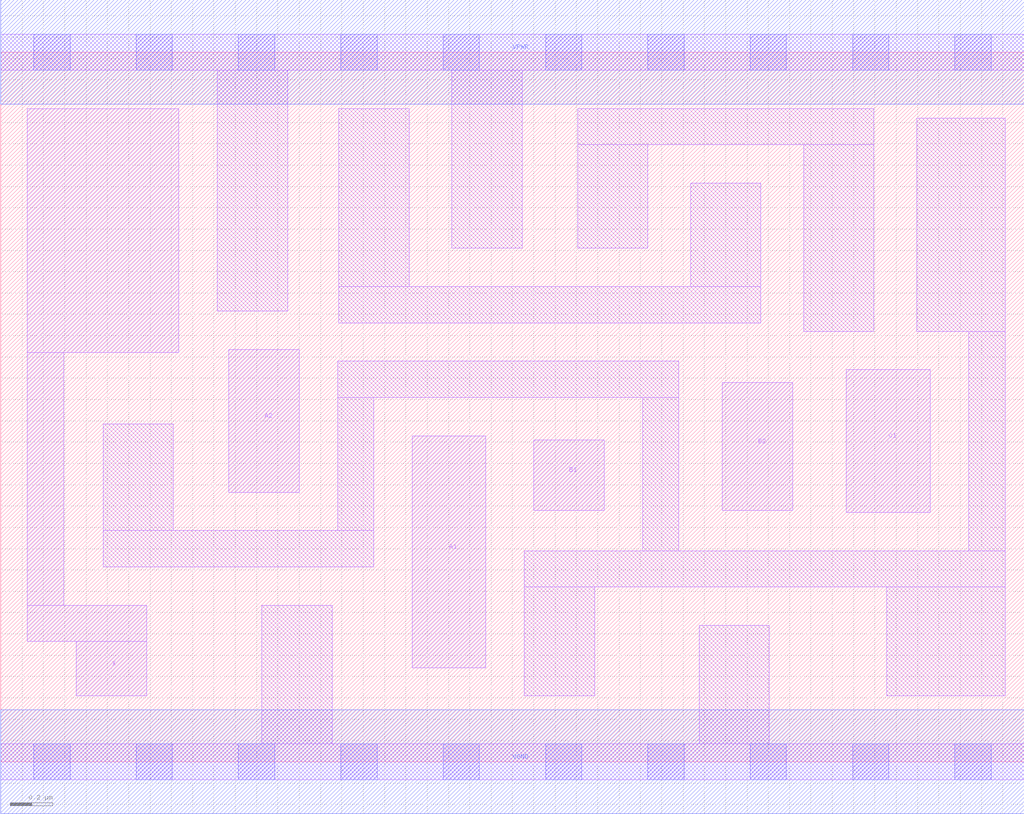
<source format=lef>
# Copyright 2020 The SkyWater PDK Authors
#
# Licensed under the Apache License, Version 2.0 (the "License");
# you may not use this file except in compliance with the License.
# You may obtain a copy of the License at
#
#     https://www.apache.org/licenses/LICENSE-2.0
#
# Unless required by applicable law or agreed to in writing, software
# distributed under the License is distributed on an "AS IS" BASIS,
# WITHOUT WARRANTIES OR CONDITIONS OF ANY KIND, either express or implied.
# See the License for the specific language governing permissions and
# limitations under the License.
#
# SPDX-License-Identifier: Apache-2.0

VERSION 5.7 ;
  NOWIREEXTENSIONATPIN ON ;
  DIVIDERCHAR "/" ;
  BUSBITCHARS "[]" ;
UNITS
  DATABASE MICRONS 200 ;
END UNITS
MACRO sky130_fd_sc_lp__a221o_lp
  CLASS CORE ;
  FOREIGN sky130_fd_sc_lp__a221o_lp ;
  ORIGIN  0.000000  0.000000 ;
  SIZE  4.800000 BY  3.330000 ;
  SYMMETRY X Y R90 ;
  SITE unit ;
  PIN A1
    ANTENNAGATEAREA  0.313000 ;
    DIRECTION INPUT ;
    USE SIGNAL ;
    PORT
      LAYER li1 ;
        RECT 1.930000 0.440000 2.275000 1.530000 ;
    END
  END A1
  PIN A2
    ANTENNAGATEAREA  0.313000 ;
    DIRECTION INPUT ;
    USE SIGNAL ;
    PORT
      LAYER li1 ;
        RECT 1.070000 1.265000 1.400000 1.935000 ;
    END
  END A2
  PIN B1
    ANTENNAGATEAREA  0.313000 ;
    DIRECTION INPUT ;
    USE SIGNAL ;
    PORT
      LAYER li1 ;
        RECT 2.500000 1.180000 2.830000 1.510000 ;
    END
  END B1
  PIN B2
    ANTENNAGATEAREA  0.313000 ;
    DIRECTION INPUT ;
    USE SIGNAL ;
    PORT
      LAYER li1 ;
        RECT 3.385000 1.180000 3.715000 1.780000 ;
    END
  END B2
  PIN C1
    ANTENNAGATEAREA  0.376000 ;
    DIRECTION INPUT ;
    USE SIGNAL ;
    PORT
      LAYER li1 ;
        RECT 3.965000 1.170000 4.360000 1.840000 ;
    END
  END C1
  PIN X
    ANTENNADIFFAREA  0.404700 ;
    DIRECTION OUTPUT ;
    USE SIGNAL ;
    PORT
      LAYER li1 ;
        RECT 0.125000 0.565000 0.685000 0.735000 ;
        RECT 0.125000 0.735000 0.295000 1.920000 ;
        RECT 0.125000 1.920000 0.835000 3.065000 ;
        RECT 0.355000 0.310000 0.685000 0.565000 ;
    END
  END X
  PIN VGND
    DIRECTION INOUT ;
    USE GROUND ;
    PORT
      LAYER met1 ;
        RECT 0.000000 -0.245000 4.800000 0.245000 ;
    END
  END VGND
  PIN VPWR
    DIRECTION INOUT ;
    USE POWER ;
    PORT
      LAYER met1 ;
        RECT 0.000000 3.085000 4.800000 3.575000 ;
    END
  END VPWR
  OBS
    LAYER li1 ;
      RECT 0.000000 -0.085000 4.800000 0.085000 ;
      RECT 0.000000  3.245000 4.800000 3.415000 ;
      RECT 0.480000  0.915000 1.750000 1.085000 ;
      RECT 0.480000  1.085000 0.810000 1.585000 ;
      RECT 1.015000  2.115000 1.345000 3.245000 ;
      RECT 1.225000  0.085000 1.555000 0.735000 ;
      RECT 1.580000  1.085000 1.750000 1.710000 ;
      RECT 1.580000  1.710000 3.180000 1.880000 ;
      RECT 1.585000  2.060000 3.565000 2.230000 ;
      RECT 1.585000  2.230000 1.915000 3.065000 ;
      RECT 2.115000  2.410000 2.445000 3.245000 ;
      RECT 2.455000  0.310000 2.785000 0.820000 ;
      RECT 2.455000  0.820000 4.710000 0.990000 ;
      RECT 2.705000  2.410000 3.035000 2.895000 ;
      RECT 2.705000  2.895000 4.095000 3.065000 ;
      RECT 3.010000  0.990000 3.180000 1.710000 ;
      RECT 3.235000  2.230000 3.565000 2.715000 ;
      RECT 3.275000  0.085000 3.605000 0.640000 ;
      RECT 3.765000  2.020000 4.095000 2.895000 ;
      RECT 4.155000  0.310000 4.710000 0.820000 ;
      RECT 4.295000  2.020000 4.710000 3.020000 ;
      RECT 4.540000  0.990000 4.710000 2.020000 ;
    LAYER mcon ;
      RECT 0.155000 -0.085000 0.325000 0.085000 ;
      RECT 0.155000  3.245000 0.325000 3.415000 ;
      RECT 0.635000 -0.085000 0.805000 0.085000 ;
      RECT 0.635000  3.245000 0.805000 3.415000 ;
      RECT 1.115000 -0.085000 1.285000 0.085000 ;
      RECT 1.115000  3.245000 1.285000 3.415000 ;
      RECT 1.595000 -0.085000 1.765000 0.085000 ;
      RECT 1.595000  3.245000 1.765000 3.415000 ;
      RECT 2.075000 -0.085000 2.245000 0.085000 ;
      RECT 2.075000  3.245000 2.245000 3.415000 ;
      RECT 2.555000 -0.085000 2.725000 0.085000 ;
      RECT 2.555000  3.245000 2.725000 3.415000 ;
      RECT 3.035000 -0.085000 3.205000 0.085000 ;
      RECT 3.035000  3.245000 3.205000 3.415000 ;
      RECT 3.515000 -0.085000 3.685000 0.085000 ;
      RECT 3.515000  3.245000 3.685000 3.415000 ;
      RECT 3.995000 -0.085000 4.165000 0.085000 ;
      RECT 3.995000  3.245000 4.165000 3.415000 ;
      RECT 4.475000 -0.085000 4.645000 0.085000 ;
      RECT 4.475000  3.245000 4.645000 3.415000 ;
  END
END sky130_fd_sc_lp__a221o_lp
END LIBRARY

</source>
